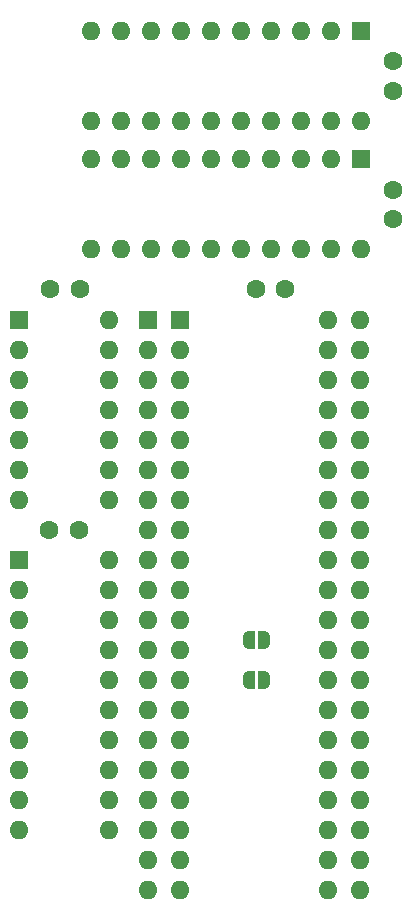
<source format=gbr>
%TF.GenerationSoftware,KiCad,Pcbnew,8.0.2*%
%TF.CreationDate,2024-06-14T23:34:29+02:00*%
%TF.ProjectId,MOS6566_Adapter,4d4f5336-3536-4365-9f41-646170746572,rev?*%
%TF.SameCoordinates,Original*%
%TF.FileFunction,Soldermask,Bot*%
%TF.FilePolarity,Negative*%
%FSLAX46Y46*%
G04 Gerber Fmt 4.6, Leading zero omitted, Abs format (unit mm)*
G04 Created by KiCad (PCBNEW 8.0.2) date 2024-06-14 23:34:29*
%MOMM*%
%LPD*%
G01*
G04 APERTURE LIST*
G04 Aperture macros list*
%AMFreePoly0*
4,1,19,0.500000,-0.750000,0.000000,-0.750000,0.000000,-0.744911,-0.071157,-0.744911,-0.207708,-0.704816,-0.327430,-0.627875,-0.420627,-0.520320,-0.479746,-0.390866,-0.500000,-0.250000,-0.500000,0.250000,-0.479746,0.390866,-0.420627,0.520320,-0.327430,0.627875,-0.207708,0.704816,-0.071157,0.744911,0.000000,0.744911,0.000000,0.750000,0.500000,0.750000,0.500000,-0.750000,0.500000,-0.750000,
$1*%
%AMFreePoly1*
4,1,19,0.000000,0.744911,0.071157,0.744911,0.207708,0.704816,0.327430,0.627875,0.420627,0.520320,0.479746,0.390866,0.500000,0.250000,0.500000,-0.250000,0.479746,-0.390866,0.420627,-0.520320,0.327430,-0.627875,0.207708,-0.704816,0.071157,-0.744911,0.000000,-0.744911,0.000000,-0.750000,-0.500000,-0.750000,-0.500000,0.750000,0.000000,0.750000,0.000000,0.744911,0.000000,0.744911,
$1*%
G04 Aperture macros list end*
%ADD10C,1.600000*%
%ADD11R,1.600000X1.600000*%
%ADD12O,1.600000X1.600000*%
%ADD13FreePoly0,0.000000*%
%ADD14FreePoly1,0.000000*%
G04 APERTURE END LIST*
D10*
%TO.C,C5*%
X125100000Y-52300000D03*
X127600000Y-52300000D03*
%TD*%
%TO.C,C3*%
X107700000Y-52300000D03*
X110200000Y-52300000D03*
%TD*%
%TO.C,C1*%
X136700000Y-46400000D03*
X136700000Y-43900000D03*
%TD*%
%TO.C,C2*%
X136700000Y-35500000D03*
X136700000Y-33000000D03*
%TD*%
D11*
%TO.C,U3*%
X105100000Y-54880000D03*
D12*
X105100000Y-57420000D03*
X105100000Y-59960000D03*
X105100000Y-62500000D03*
X105100000Y-65040000D03*
X105100000Y-67580000D03*
X105100000Y-70120000D03*
X112720000Y-70120000D03*
X112720000Y-67580000D03*
X112720000Y-65040000D03*
X112720000Y-62500000D03*
X112720000Y-59960000D03*
X112720000Y-57420000D03*
X112720000Y-54880000D03*
%TD*%
D11*
%TO.C,U2*%
X116000000Y-54882000D03*
D12*
X116000000Y-57422000D03*
X116000000Y-59962000D03*
X116000000Y-62502000D03*
X116000000Y-65042000D03*
X116000000Y-67582000D03*
X116000000Y-70122000D03*
X116000000Y-72662000D03*
X116000000Y-75202000D03*
X116000000Y-77742000D03*
X116000000Y-80282000D03*
X116000000Y-82822000D03*
X116000000Y-85362000D03*
X116000000Y-87902000D03*
X116000000Y-90442000D03*
X116000000Y-92982000D03*
X116000000Y-95522000D03*
X116000000Y-98062000D03*
X116000000Y-100602000D03*
X116000000Y-103142000D03*
X131240000Y-103142000D03*
X131240000Y-100602000D03*
X131240000Y-98062000D03*
X131240000Y-95522000D03*
X131240000Y-92982000D03*
X131240000Y-90442000D03*
X131240000Y-87902000D03*
X131240000Y-85362000D03*
X131240000Y-82822000D03*
X131240000Y-80282000D03*
X131240000Y-77742000D03*
X131240000Y-75202000D03*
X131240000Y-72662000D03*
X131240000Y-70122000D03*
X131240000Y-67582000D03*
X131240000Y-65042000D03*
X131240000Y-62502000D03*
X131240000Y-59962000D03*
X131240000Y-57422000D03*
X131240000Y-54882000D03*
%TD*%
D11*
%TO.C,U6*%
X134011500Y-41280000D03*
D12*
X131471500Y-41280000D03*
X128931500Y-41280000D03*
X126391500Y-41280000D03*
X123851500Y-41280000D03*
X121311500Y-41280000D03*
X118771500Y-41280000D03*
X116231500Y-41280000D03*
X113691500Y-41280000D03*
X111151500Y-41280000D03*
X111151500Y-48900000D03*
X113691500Y-48900000D03*
X116231500Y-48900000D03*
X118771500Y-48900000D03*
X121311500Y-48900000D03*
X123851500Y-48900000D03*
X126391500Y-48900000D03*
X128931500Y-48900000D03*
X131471500Y-48900000D03*
X134011500Y-48900000D03*
%TD*%
D11*
%TO.C,U5*%
X105084000Y-75250000D03*
D12*
X105084000Y-77790000D03*
X105084000Y-80330000D03*
X105084000Y-82870000D03*
X105084000Y-85410000D03*
X105084000Y-87950000D03*
X105084000Y-90490000D03*
X105084000Y-93030000D03*
X105084000Y-95570000D03*
X105084000Y-98110000D03*
X112704000Y-98110000D03*
X112704000Y-95570000D03*
X112704000Y-93030000D03*
X112704000Y-90490000D03*
X112704000Y-87950000D03*
X112704000Y-85410000D03*
X112704000Y-82870000D03*
X112704000Y-80330000D03*
X112704000Y-77790000D03*
X112704000Y-75250000D03*
%TD*%
D11*
%TO.C,U1*%
X118660000Y-54882000D03*
D12*
X118660000Y-57422000D03*
X118660000Y-59962000D03*
X118660000Y-62502000D03*
X118660000Y-65042000D03*
X118660000Y-67582000D03*
X118660000Y-70122000D03*
X118660000Y-72662000D03*
X118660000Y-75202000D03*
X118660000Y-77742000D03*
X118660000Y-80282000D03*
X118660000Y-82822000D03*
X118660000Y-85362000D03*
X118660000Y-87902000D03*
X118660000Y-90442000D03*
X118660000Y-92982000D03*
X118660000Y-95522000D03*
X118660000Y-98062000D03*
X118660000Y-100602000D03*
X118660000Y-103142000D03*
X133900000Y-103142000D03*
X133900000Y-100602000D03*
X133900000Y-98062000D03*
X133900000Y-95522000D03*
X133900000Y-92982000D03*
X133900000Y-90442000D03*
X133900000Y-87902000D03*
X133900000Y-85362000D03*
X133900000Y-82822000D03*
X133900000Y-80282000D03*
X133900000Y-77742000D03*
X133900000Y-75202000D03*
X133900000Y-72662000D03*
X133900000Y-70122000D03*
X133900000Y-67582000D03*
X133900000Y-65042000D03*
X133900000Y-62502000D03*
X133900000Y-59962000D03*
X133900000Y-57422000D03*
X133900000Y-54882000D03*
%TD*%
D10*
%TO.C,C4*%
X107600000Y-72700000D03*
X110100000Y-72700000D03*
%TD*%
D11*
%TO.C,U4*%
X134007500Y-30430000D03*
D12*
X131467500Y-30430000D03*
X128927500Y-30430000D03*
X126387500Y-30430000D03*
X123847500Y-30430000D03*
X121307500Y-30430000D03*
X118767500Y-30430000D03*
X116227500Y-30430000D03*
X113687500Y-30430000D03*
X111147500Y-30430000D03*
X111147500Y-38050000D03*
X113687500Y-38050000D03*
X116227500Y-38050000D03*
X118767500Y-38050000D03*
X121307500Y-38050000D03*
X123847500Y-38050000D03*
X126387500Y-38050000D03*
X128927500Y-38050000D03*
X131467500Y-38050000D03*
X134007500Y-38050000D03*
%TD*%
D13*
%TO.C,JP2*%
X124500000Y-85400000D03*
D14*
X125800000Y-85400000D03*
%TD*%
D13*
%TO.C,JP1*%
X124500000Y-82000000D03*
D14*
X125800000Y-82000000D03*
%TD*%
M02*

</source>
